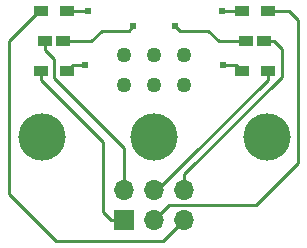
<source format=gbr>
G04 #@! TF.GenerationSoftware,KiCad,Pcbnew,(5.0.2)-1*
G04 #@! TF.CreationDate,2019-04-08T21:31:45-07:00*
G04 #@! TF.ProjectId,programmer,70726f67-7261-46d6-9d65-722e6b696361,rev?*
G04 #@! TF.SameCoordinates,Original*
G04 #@! TF.FileFunction,Copper,L1,Top*
G04 #@! TF.FilePolarity,Positive*
%FSLAX46Y46*%
G04 Gerber Fmt 4.6, Leading zero omitted, Abs format (unit mm)*
G04 Created by KiCad (PCBNEW (5.0.2)-1) date 4/8/2019 9:31:45 PM*
%MOMM*%
%LPD*%
G01*
G04 APERTURE LIST*
G04 #@! TA.AperFunction,SMDPad,CuDef*
%ADD10R,1.200000X0.900000*%
G04 #@! TD*
G04 #@! TA.AperFunction,WasherPad*
%ADD11C,4.000000*%
G04 #@! TD*
G04 #@! TA.AperFunction,ComponentPad*
%ADD12C,1.270000*%
G04 #@! TD*
G04 #@! TA.AperFunction,ComponentPad*
%ADD13O,1.700000X1.700000*%
G04 #@! TD*
G04 #@! TA.AperFunction,ComponentPad*
%ADD14R,1.700000X1.700000*%
G04 #@! TD*
G04 #@! TA.AperFunction,ViaPad*
%ADD15C,0.609600*%
G04 #@! TD*
G04 #@! TA.AperFunction,Conductor*
%ADD16C,0.254000*%
G04 #@! TD*
G04 APERTURE END LIST*
D10*
G04 #@! TO.P,GND,2*
G04 #@! TO.N,GNDREF*
X136271000Y-118872000D03*
G04 #@! TO.P,GND,1*
G04 #@! TO.N,/gnd*
X134747000Y-118872000D03*
G04 #@! TD*
G04 #@! TO.P,PWR,1*
G04 #@! TO.N,/pwr*
X119253000Y-118872000D03*
G04 #@! TO.P,PWR,2*
G04 #@! TO.N,/prog_pwr*
X117729000Y-118872000D03*
G04 #@! TD*
D11*
G04 #@! TO.P,REF\002A\002A,*
G04 #@! TO.N,*
X136525000Y-127000000D03*
G04 #@! TD*
G04 #@! TO.P,REF\002A\002A,*
G04 #@! TO.N,*
X117475000Y-127000000D03*
G04 #@! TD*
D12*
G04 #@! TO.P,,1*
G04 #@! TO.N,N/C*
X129540000Y-120015000D03*
G04 #@! TO.P,,2*
X129540000Y-122555000D03*
G04 #@! TO.P,,3*
X127000000Y-120015000D03*
G04 #@! TO.P,,4*
X127000000Y-122555000D03*
G04 #@! TO.P,,5*
X124460000Y-120015000D03*
G04 #@! TO.P,,6*
X124460000Y-122555000D03*
G04 #@! TD*
D11*
G04 #@! TO.P,REF\002A\002A,*
G04 #@! TO.N,*
X127000000Y-127000000D03*
G04 #@! TD*
D10*
G04 #@! TO.P,RST,2*
G04 #@! TO.N,/att_reset*
X119591000Y-116332000D03*
G04 #@! TO.P,RST,1*
G04 #@! TO.N,/prog_reset*
X117391000Y-116332000D03*
G04 #@! TD*
G04 #@! TO.P,MISO,1*
G04 #@! TO.N,/prog_miso*
X117391000Y-121412000D03*
G04 #@! TO.P,MISO,2*
G04 #@! TO.N,/att_data*
X119591000Y-121412000D03*
G04 #@! TD*
G04 #@! TO.P,MOSI,2*
G04 #@! TO.N,/att_data*
X134409000Y-121412000D03*
G04 #@! TO.P,MOSI,1*
G04 #@! TO.N,/prog_mosi*
X136609000Y-121412000D03*
G04 #@! TD*
G04 #@! TO.P,CLK,1*
G04 #@! TO.N,/prog_clk*
X136609000Y-116332000D03*
G04 #@! TO.P,CLK,2*
G04 #@! TO.N,/att_clk*
X134409000Y-116332000D03*
G04 #@! TD*
D13*
G04 #@! TO.P,J1,6*
G04 #@! TO.N,GNDREF*
X129540000Y-131445000D03*
G04 #@! TO.P,J1,5*
G04 #@! TO.N,/prog_reset*
X129540000Y-133985000D03*
G04 #@! TO.P,J1,4*
G04 #@! TO.N,/prog_mosi*
X127000000Y-131445000D03*
G04 #@! TO.P,J1,3*
G04 #@! TO.N,/prog_clk*
X127000000Y-133985000D03*
G04 #@! TO.P,J1,2*
G04 #@! TO.N,/prog_pwr*
X124460000Y-131445000D03*
D14*
G04 #@! TO.P,J1,1*
G04 #@! TO.N,/prog_miso*
X124460000Y-133985000D03*
G04 #@! TD*
D15*
G04 #@! TO.N,/pwr*
X125222000Y-117602000D03*
G04 #@! TO.N,/att_reset*
X121412000Y-116332000D03*
G04 #@! TO.N,/att_data*
X121158000Y-120904000D03*
X132842000Y-120904000D03*
G04 #@! TO.N,/att_clk*
X132715000Y-116332000D03*
G04 #@! TO.N,/gnd*
X128778000Y-117602000D03*
G04 #@! TD*
D16*
G04 #@! TO.N,/prog_miso*
X117391000Y-122116000D02*
X122682000Y-127407000D01*
X117391000Y-121412000D02*
X117391000Y-122116000D01*
X123356000Y-133985000D02*
X124460000Y-133985000D01*
X122682000Y-133311000D02*
X123356000Y-133985000D01*
X122682000Y-127407000D02*
X122682000Y-133311000D01*
G04 #@! TO.N,/pwr*
X124841000Y-117983000D02*
X125222000Y-117602000D01*
X122555000Y-117983000D02*
X124841000Y-117983000D01*
X119253000Y-118872000D02*
X121666000Y-118872000D01*
X121666000Y-118872000D02*
X122555000Y-117983000D01*
G04 #@! TO.N,/prog_clk*
X138430000Y-116332000D02*
X136609000Y-116332000D01*
X139192000Y-117094000D02*
X138430000Y-116332000D01*
X139192000Y-129159000D02*
X139192000Y-117094000D01*
X135636000Y-132715000D02*
X139192000Y-129159000D01*
X127000000Y-133985000D02*
X128270000Y-132715000D01*
X128270000Y-132715000D02*
X135636000Y-132715000D01*
G04 #@! TO.N,/prog_mosi*
X127254000Y-131445000D02*
X127000000Y-131445000D01*
X129921000Y-128778000D02*
X127254000Y-131445000D01*
X129947000Y-128778000D02*
X129921000Y-128778000D01*
X136609000Y-121412000D02*
X136609000Y-122116000D01*
X136609000Y-122116000D02*
X129947000Y-128778000D01*
G04 #@! TO.N,/prog_reset*
X114681010Y-131770557D02*
X118659252Y-135748799D01*
X114681010Y-118891990D02*
X114681010Y-131770557D01*
X117391000Y-116332000D02*
X117241000Y-116332000D01*
X117241000Y-116332000D02*
X114681010Y-118891990D01*
X127776201Y-135748799D02*
X129540000Y-133985000D01*
X118659252Y-135748799D02*
X127776201Y-135748799D01*
G04 #@! TO.N,/att_reset*
X121412000Y-116332000D02*
X119591000Y-116332000D01*
G04 #@! TO.N,/att_data*
X120099000Y-120904000D02*
X119591000Y-121412000D01*
X121158000Y-120904000D02*
X120099000Y-120904000D01*
X133901000Y-120904000D02*
X134409000Y-121412000D01*
X132842000Y-120904000D02*
X133901000Y-120904000D01*
G04 #@! TO.N,GNDREF*
X129540000Y-130125362D02*
X129540000Y-131445000D01*
X137795000Y-121870362D02*
X129540000Y-130125362D01*
X137795000Y-119542000D02*
X137795000Y-121870362D01*
X136271000Y-118872000D02*
X137125000Y-118872000D01*
X137125000Y-118872000D02*
X137795000Y-119542000D01*
G04 #@! TO.N,/att_clk*
X134409000Y-116332000D02*
X132715000Y-116332000D01*
G04 #@! TO.N,/prog_pwr*
X124460000Y-127925362D02*
X124460000Y-131445000D01*
X118491000Y-121956362D02*
X124460000Y-127925362D01*
X118491000Y-120338000D02*
X118491000Y-121956362D01*
X117729000Y-118872000D02*
X117729000Y-119576000D01*
X117729000Y-119576000D02*
X118491000Y-120338000D01*
G04 #@! TO.N,/gnd*
X132461000Y-118872000D02*
X134747000Y-118872000D01*
X131572000Y-117983000D02*
X132461000Y-118872000D01*
X128778000Y-117602000D02*
X129159000Y-117983000D01*
X129159000Y-117983000D02*
X131572000Y-117983000D01*
G04 #@! TD*
M02*

</source>
